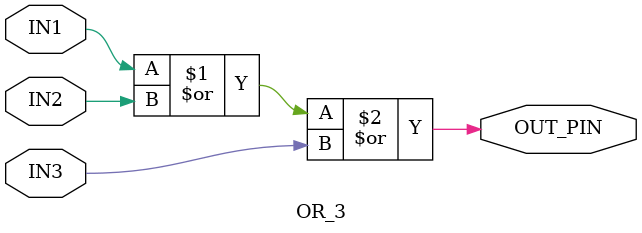
<source format=v>
/*******************************************************************************

-- File Type:    Verilog HDL 
-- Tool Version: VHDL2verilog 19.00c
-- Input file was: OR_3.vhd
-- Command line was: /home/rissun57/Downloads/synapticad-19.00c-x64-full-linux/synapticad-19.00c-x64/bin/x86_64/vhdl2verilog.bin OR_3.vhd
-- Date Created: Sat Feb  7 16:43:00 2026

*******************************************************************************/

`define false 1'b 0
`define FALSE 1'b 0
`define true 1'b 1
`define TRUE 1'b 1

`timescale 1 ns / 1 ns // timescale for following modules


module OR_3 (
   IN1,
   IN2,
   IN3,
   OUT_PIN);
 

input   IN1; 
input   IN2; 
input   IN3; 
output   OUT_PIN; 

wire    OUT_PIN; 

assign OUT_PIN = IN1 | IN2 | IN3; 

endmodule // module OR_3


</source>
